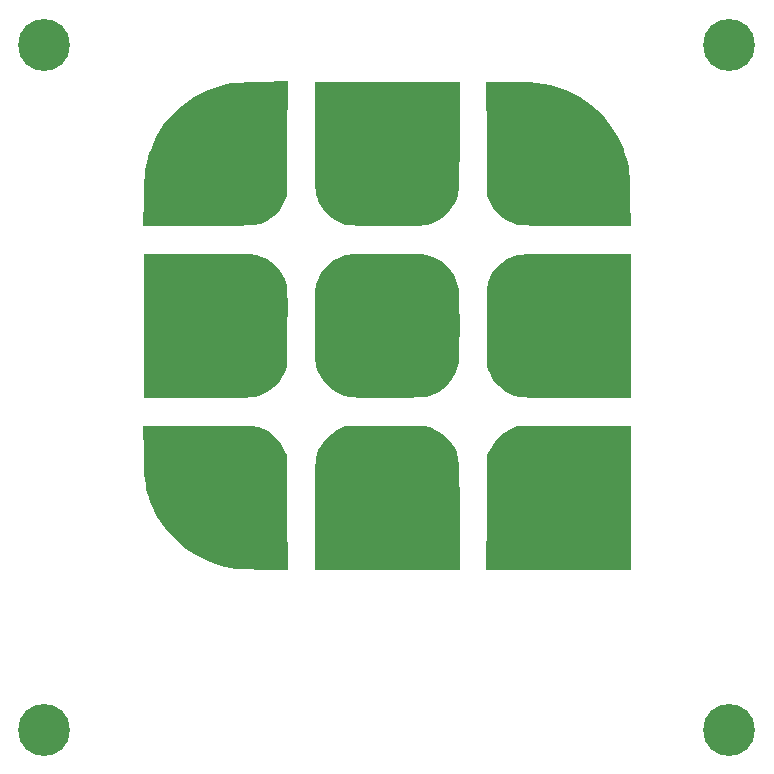
<source format=gbr>
%TF.GenerationSoftware,KiCad,Pcbnew,5.1.6-1.fc32*%
%TF.CreationDate,2020-07-09T20:52:17-05:00*%
%TF.ProjectId,case_plate,63617365-5f70-46c6-9174-652e6b696361,rev?*%
%TF.SameCoordinates,Original*%
%TF.FileFunction,Copper,L1,Top*%
%TF.FilePolarity,Positive*%
%FSLAX46Y46*%
G04 Gerber Fmt 4.6, Leading zero omitted, Abs format (unit mm)*
G04 Created by KiCad (PCBNEW 5.1.6-1.fc32) date 2020-07-09 20:52:17*
%MOMM*%
%LPD*%
G01*
G04 APERTURE LIST*
%TA.AperFunction,SMDPad,CuDef*%
%ADD10C,0.100000*%
%TD*%
%TA.AperFunction,ComponentPad*%
%ADD11C,0.700000*%
%TD*%
%TA.AperFunction,ComponentPad*%
%ADD12C,4.400000*%
%TD*%
G04 APERTURE END LIST*
%TA.AperFunction,SMDPad,CuDef*%
D10*
%TO.P,G\u002A\u002A\u002A,1*%
%TO.N,N/C*%
G36*
X110594214Y-93126950D02*
G01*
X110595158Y-93127216D01*
X110596031Y-93127662D01*
X110596800Y-93128269D01*
X110597437Y-93129014D01*
X110597915Y-93129869D01*
X110598218Y-93130802D01*
X110598334Y-93131897D01*
X110574500Y-97988794D01*
X110550666Y-102845692D01*
X110550565Y-102846667D01*
X110550153Y-102847873D01*
X110319692Y-103316695D01*
X110319456Y-103317121D01*
X109914788Y-103970767D01*
X109914186Y-103971553D01*
X109403590Y-104516702D01*
X109402939Y-104517285D01*
X109025254Y-104800277D01*
X109024929Y-104800502D01*
X108846563Y-104913320D01*
X108846411Y-104913412D01*
X108681758Y-105009543D01*
X108681429Y-105009719D01*
X108515857Y-105090501D01*
X108515394Y-105090698D01*
X108334271Y-105157464D01*
X108333782Y-105157617D01*
X108122475Y-105211703D01*
X108122058Y-105211791D01*
X107865936Y-105254532D01*
X107865629Y-105254573D01*
X107550058Y-105287305D01*
X107549850Y-105287322D01*
X107160198Y-105311380D01*
X107160065Y-105311387D01*
X106681701Y-105328107D01*
X106681618Y-105328109D01*
X106099908Y-105338825D01*
X106099859Y-105338826D01*
X105400172Y-105344874D01*
X105400145Y-105344874D01*
X104567847Y-105347589D01*
X104567835Y-105347589D01*
X103588296Y-105348306D01*
X103588292Y-105348306D01*
X103027605Y-105348334D01*
X98376612Y-105348334D01*
X98375637Y-105348238D01*
X98374699Y-105347953D01*
X98373834Y-105347491D01*
X98373077Y-105346870D01*
X98372455Y-105346112D01*
X98371993Y-105345248D01*
X98371708Y-105344310D01*
X98371613Y-105343237D01*
X98416330Y-103036070D01*
X98416330Y-103036056D01*
X98433594Y-102257933D01*
X98433596Y-102257878D01*
X98454690Y-101620991D01*
X98454695Y-101620883D01*
X98483467Y-101097138D01*
X98483480Y-101096955D01*
X98523781Y-100658255D01*
X98523812Y-100657990D01*
X98579489Y-100276238D01*
X98579546Y-100275922D01*
X98654448Y-99923022D01*
X98654522Y-99922720D01*
X98752500Y-99570577D01*
X98752568Y-99570354D01*
X98877468Y-99190870D01*
X98877506Y-99190759D01*
X98984361Y-98890094D01*
X98984504Y-98889734D01*
X99456635Y-97829212D01*
X99456965Y-97828593D01*
X100071536Y-96846806D01*
X100071935Y-96846256D01*
X100816198Y-95954187D01*
X100816654Y-95953708D01*
X101677860Y-95162338D01*
X101678365Y-95161932D01*
X102643767Y-94482245D01*
X102644314Y-94481910D01*
X103701161Y-93924890D01*
X103701745Y-93924628D01*
X104837291Y-93501256D01*
X104837747Y-93501110D01*
X105419948Y-93345560D01*
X105420378Y-93345466D01*
X105692057Y-93297976D01*
X105692401Y-93297928D01*
X106074351Y-93258185D01*
X106074544Y-93258168D01*
X106580510Y-93225336D01*
X106580626Y-93225330D01*
X107224355Y-93198574D01*
X107224428Y-93198572D01*
X108019665Y-93177059D01*
X108019697Y-93177058D01*
X108283397Y-93171627D01*
X108283403Y-93171627D01*
X110593237Y-93126873D01*
X110594214Y-93126950D01*
G37*
%TD.AperFunction*%
%TA.AperFunction,SMDPad,CuDef*%
%TO.P,G\u002A\u002A\u002A,2*%
G36*
X125151641Y-93146430D02*
G01*
X125152579Y-93146715D01*
X125153444Y-93147177D01*
X125154202Y-93147798D01*
X125154823Y-93148556D01*
X125155285Y-93149421D01*
X125155570Y-93150359D01*
X125155666Y-93151336D01*
X125154196Y-97575169D01*
X125154196Y-97575173D01*
X125153022Y-98642360D01*
X125153022Y-98642373D01*
X125149581Y-99554938D01*
X125149581Y-99554963D01*
X125142853Y-100327612D01*
X125142852Y-100327653D01*
X125131815Y-100975093D01*
X125131814Y-100975160D01*
X125115446Y-101512097D01*
X125115441Y-101512202D01*
X125092720Y-101953343D01*
X125092710Y-101953502D01*
X125062614Y-102313553D01*
X125062589Y-102313787D01*
X125024098Y-102607456D01*
X125024045Y-102607777D01*
X124976135Y-102849769D01*
X124976039Y-102850167D01*
X124917691Y-103055188D01*
X124917553Y-103055603D01*
X124847743Y-103238362D01*
X124847598Y-103238704D01*
X124765305Y-103413905D01*
X124765233Y-103414050D01*
X124745478Y-103452795D01*
X124745183Y-103453299D01*
X124348896Y-104047327D01*
X124348248Y-104048112D01*
X123825103Y-104564167D01*
X123824356Y-104564774D01*
X123210065Y-104972269D01*
X123209298Y-104972686D01*
X122724976Y-105183637D01*
X122724492Y-105183819D01*
X122592014Y-105225872D01*
X122591681Y-105225965D01*
X122450985Y-105260133D01*
X122450604Y-105260210D01*
X122283502Y-105287260D01*
X122283190Y-105287300D01*
X122071495Y-105308001D01*
X122071283Y-105308017D01*
X121796806Y-105323137D01*
X121796676Y-105323143D01*
X121441231Y-105333448D01*
X121441155Y-105333450D01*
X120986553Y-105339710D01*
X120986510Y-105339710D01*
X120414564Y-105342691D01*
X120414541Y-105342691D01*
X119707064Y-105343162D01*
X119707054Y-105343162D01*
X118977905Y-105342147D01*
X118977899Y-105342147D01*
X118136111Y-105339945D01*
X118136098Y-105339945D01*
X117445699Y-105336307D01*
X117445672Y-105336307D01*
X116888717Y-105330446D01*
X116888670Y-105330445D01*
X116447217Y-105321571D01*
X116447133Y-105321569D01*
X116103236Y-105308892D01*
X116103094Y-105308884D01*
X115838810Y-105291617D01*
X115838581Y-105291597D01*
X115635968Y-105268949D01*
X115635631Y-105268900D01*
X115476742Y-105240082D01*
X115476336Y-105239991D01*
X115343230Y-105204215D01*
X115342938Y-105204126D01*
X115267370Y-105178773D01*
X115266783Y-105178534D01*
X114628265Y-104869759D01*
X114627434Y-104869252D01*
X114044965Y-104430532D01*
X114044277Y-104429905D01*
X113557748Y-103895870D01*
X113557211Y-103895164D01*
X113279408Y-103453185D01*
X113279143Y-103452707D01*
X113193985Y-103277199D01*
X113193845Y-103276884D01*
X113121394Y-103097034D01*
X113121250Y-103096627D01*
X113060483Y-102897728D01*
X113060377Y-102897320D01*
X113010272Y-102664667D01*
X113010211Y-102664326D01*
X112969748Y-102383212D01*
X112969718Y-102382961D01*
X112937874Y-102038678D01*
X112937861Y-102038504D01*
X112913615Y-101616347D01*
X112913610Y-101616232D01*
X112895940Y-101101495D01*
X112895938Y-101101420D01*
X112883823Y-100479394D01*
X112883822Y-100479348D01*
X112876239Y-99735329D01*
X112876239Y-99735301D01*
X112872167Y-98854581D01*
X112872167Y-98854566D01*
X112870585Y-97822439D01*
X112870585Y-97822433D01*
X112870470Y-97575169D01*
X112869000Y-93151336D01*
X112869096Y-93150361D01*
X112869380Y-93149423D01*
X112869841Y-93148558D01*
X112870463Y-93147800D01*
X112871220Y-93147178D01*
X112872084Y-93146715D01*
X112873022Y-93146431D01*
X112874000Y-93146334D01*
X125150666Y-93146334D01*
X125151641Y-93146430D01*
G37*
%TD.AperFunction*%
%TA.AperFunction,SMDPad,CuDef*%
%TO.P,G\u002A\u002A\u002A,3*%
G36*
X129317856Y-93148948D02*
G01*
X129317897Y-93148948D01*
X130253150Y-93157859D01*
X130253270Y-93157862D01*
X131047722Y-93184611D01*
X131047911Y-93184621D01*
X131729546Y-93233448D01*
X131729814Y-93233474D01*
X132326616Y-93308617D01*
X132326952Y-93308671D01*
X132866905Y-93414373D01*
X132867269Y-93414459D01*
X133378358Y-93554958D01*
X133378693Y-93555062D01*
X133888903Y-93734599D01*
X133889136Y-93734688D01*
X134304627Y-93904612D01*
X134305025Y-93904796D01*
X135346675Y-94441862D01*
X135347260Y-94442216D01*
X136308662Y-95118183D01*
X136309176Y-95118598D01*
X137174387Y-95916649D01*
X137174837Y-95917122D01*
X137927918Y-96820444D01*
X137928308Y-96820980D01*
X138553316Y-97812756D01*
X138553642Y-97813361D01*
X139034636Y-98876776D01*
X139034774Y-98877114D01*
X139044919Y-98904753D01*
X139044938Y-98904807D01*
X139189886Y-99314143D01*
X139189940Y-99314302D01*
X139305578Y-99679309D01*
X139305652Y-99679567D01*
X139395782Y-100028130D01*
X139395853Y-100028448D01*
X139464278Y-100388451D01*
X139464326Y-100388757D01*
X139514848Y-100788088D01*
X139514873Y-100788327D01*
X139551294Y-101254869D01*
X139551304Y-101255026D01*
X139577426Y-101816665D01*
X139577429Y-101816754D01*
X139597056Y-102501376D01*
X139597057Y-102501414D01*
X139608336Y-103036062D01*
X139608336Y-103036070D01*
X139653053Y-105343237D01*
X139652976Y-105344214D01*
X139652710Y-105345158D01*
X139652264Y-105346031D01*
X139651657Y-105346800D01*
X139650912Y-105347437D01*
X139650057Y-105347915D01*
X139649124Y-105348218D01*
X139648051Y-105348334D01*
X134960524Y-105345569D01*
X134960522Y-105345569D01*
X133938801Y-105344568D01*
X133938795Y-105344568D01*
X133072143Y-105342588D01*
X133072131Y-105342588D01*
X132346285Y-105339212D01*
X132346265Y-105339212D01*
X131746963Y-105334023D01*
X131746930Y-105334022D01*
X131259908Y-105326602D01*
X131259855Y-105326601D01*
X130870851Y-105316534D01*
X130870765Y-105316531D01*
X130565514Y-105303399D01*
X130565378Y-105303392D01*
X130329619Y-105286778D01*
X130329406Y-105286758D01*
X130148874Y-105266245D01*
X130148562Y-105266200D01*
X130008996Y-105241370D01*
X130008605Y-105241284D01*
X129895741Y-105211720D01*
X129895454Y-105211635D01*
X129847007Y-105195790D01*
X129846486Y-105195587D01*
X129115481Y-104862081D01*
X129114577Y-104861547D01*
X128500996Y-104406305D01*
X128500186Y-104405552D01*
X128001533Y-103826387D01*
X128001003Y-103825644D01*
X127708615Y-103324350D01*
X127708446Y-103324036D01*
X127474512Y-102847872D01*
X127474168Y-102846954D01*
X127474000Y-102845692D01*
X127450182Y-97998525D01*
X127426364Y-93151359D01*
X127426455Y-93150383D01*
X127426735Y-93149443D01*
X127427193Y-93148577D01*
X127427811Y-93147816D01*
X127428566Y-93147190D01*
X127429428Y-93146724D01*
X127430364Y-93146435D01*
X127431371Y-93146334D01*
X129317856Y-93148948D01*
G37*
%TD.AperFunction*%
%TA.AperFunction,SMDPad,CuDef*%
%TO.P,G\u002A\u002A\u002A,4*%
G36*
X139629641Y-107709096D02*
G01*
X139630579Y-107709380D01*
X139631443Y-107709842D01*
X139632201Y-107710464D01*
X139632823Y-107711222D01*
X139633285Y-107712086D01*
X139633570Y-107713024D01*
X139633666Y-107714000D01*
X139633666Y-119906000D01*
X139633570Y-119906975D01*
X139633285Y-119907913D01*
X139632823Y-119908778D01*
X139632202Y-119909536D01*
X139631444Y-119910157D01*
X139630579Y-119910619D01*
X139629641Y-119910904D01*
X139628664Y-119911000D01*
X134993164Y-119908814D01*
X133989501Y-119908213D01*
X133989496Y-119908213D01*
X133140328Y-119907064D01*
X133140319Y-119907064D01*
X132430811Y-119904816D01*
X132430794Y-119904816D01*
X131846109Y-119900917D01*
X131846078Y-119900917D01*
X131371377Y-119894814D01*
X131371324Y-119894813D01*
X130991771Y-119885956D01*
X130991685Y-119885953D01*
X130692444Y-119873790D01*
X130692305Y-119873782D01*
X130458538Y-119857759D01*
X130458326Y-119857740D01*
X130275195Y-119837307D01*
X130274900Y-119837265D01*
X130127570Y-119811869D01*
X130127231Y-119811799D01*
X130000863Y-119780889D01*
X130000581Y-119780811D01*
X129880340Y-119743834D01*
X129880215Y-119743794D01*
X129795439Y-119715264D01*
X129794958Y-119715074D01*
X129091965Y-119394269D01*
X129091027Y-119393709D01*
X128500983Y-118947837D01*
X128500162Y-118947056D01*
X128020113Y-118373289D01*
X128019529Y-118372421D01*
X127646519Y-117667930D01*
X127646317Y-117667500D01*
X127639196Y-117650276D01*
X127639178Y-117650231D01*
X127588173Y-117523381D01*
X127588088Y-117523154D01*
X127546428Y-117403044D01*
X127546305Y-117402634D01*
X127513042Y-117271403D01*
X127512953Y-117270970D01*
X127487144Y-117110754D01*
X127487102Y-117110423D01*
X127467799Y-116903358D01*
X127467783Y-116903146D01*
X127454044Y-116631371D01*
X127454040Y-116631248D01*
X127444917Y-116276899D01*
X127444915Y-116276830D01*
X127439463Y-115822044D01*
X127439463Y-115822008D01*
X127436738Y-115248922D01*
X127436738Y-115248905D01*
X127435794Y-114539656D01*
X127435794Y-114539650D01*
X127435685Y-113810001D01*
X127435685Y-113809999D01*
X127435856Y-112969855D01*
X127435856Y-112969848D01*
X127436997Y-112281175D01*
X127436997Y-112281155D01*
X127440054Y-111726089D01*
X127440054Y-111726050D01*
X127445973Y-111286728D01*
X127445975Y-111286653D01*
X127455700Y-110945212D01*
X127455706Y-110945078D01*
X127470184Y-110683656D01*
X127470201Y-110683428D01*
X127490376Y-110484161D01*
X127490424Y-110483812D01*
X127517242Y-110328838D01*
X127517339Y-110328398D01*
X127551745Y-110199853D01*
X127551867Y-110199461D01*
X127594807Y-110079482D01*
X127594880Y-110079292D01*
X127639182Y-109969759D01*
X127639324Y-109969439D01*
X127927945Y-109378596D01*
X127928391Y-109377854D01*
X128271646Y-108904868D01*
X128272288Y-108904144D01*
X128708613Y-108498318D01*
X128708992Y-108497999D01*
X128817559Y-108415444D01*
X128817637Y-108415385D01*
X129015100Y-108271276D01*
X129015240Y-108271178D01*
X129196432Y-108148167D01*
X129196742Y-108147973D01*
X129376347Y-108044390D01*
X129376811Y-108044154D01*
X129569511Y-107958329D01*
X129570037Y-107958129D01*
X129790516Y-107888393D01*
X129790995Y-107888267D01*
X130053936Y-107832950D01*
X130054306Y-107832887D01*
X130374392Y-107790318D01*
X130374651Y-107790290D01*
X130766565Y-107758800D01*
X130766734Y-107758789D01*
X131245159Y-107736708D01*
X131245266Y-107736705D01*
X131824885Y-107722363D01*
X131824950Y-107722361D01*
X132520447Y-107714089D01*
X132520483Y-107714089D01*
X133346540Y-107710215D01*
X133346557Y-107710215D01*
X134317857Y-107709071D01*
X134317862Y-107709071D01*
X135023250Y-107709000D01*
X139628665Y-107709000D01*
X139629641Y-107709096D01*
G37*
%TD.AperFunction*%
%TA.AperFunction,SMDPad,CuDef*%
%TO.P,G\u002A\u002A\u002A,6*%
G36*
X104005940Y-107709258D02*
G01*
X104005945Y-107709258D01*
X104856062Y-107710360D01*
X104856073Y-107710360D01*
X105566705Y-107712799D01*
X105566724Y-107712799D01*
X106152797Y-107717067D01*
X106152830Y-107717067D01*
X106629267Y-107723657D01*
X106629321Y-107723659D01*
X107011048Y-107733064D01*
X107011135Y-107733066D01*
X107313075Y-107745779D01*
X107313212Y-107745787D01*
X107550291Y-107762301D01*
X107550496Y-107762320D01*
X107737637Y-107783126D01*
X107737914Y-107783164D01*
X107890043Y-107808756D01*
X107890352Y-107808818D01*
X108022391Y-107839689D01*
X108022640Y-107839754D01*
X108149516Y-107876395D01*
X108149601Y-107876421D01*
X108159468Y-107879460D01*
X108159983Y-107879650D01*
X108851800Y-108179305D01*
X108852751Y-108179847D01*
X109455772Y-108617766D01*
X109456571Y-108618490D01*
X109956486Y-109180866D01*
X109957096Y-109181717D01*
X110339591Y-109854740D01*
X110339875Y-109855326D01*
X110425365Y-110065410D01*
X110425447Y-110065626D01*
X110469052Y-110188765D01*
X110469149Y-110189070D01*
X110504630Y-110314240D01*
X110504729Y-110314654D01*
X110532771Y-110459525D01*
X110532828Y-110459895D01*
X110554116Y-110642136D01*
X110554140Y-110642396D01*
X110569358Y-110879678D01*
X110569365Y-110879839D01*
X110579198Y-111189829D01*
X110579201Y-111189924D01*
X110584335Y-111590294D01*
X110584335Y-111590347D01*
X110585454Y-112098764D01*
X110585454Y-112098792D01*
X110583243Y-112732928D01*
X110583243Y-112732942D01*
X110578387Y-113510464D01*
X110578387Y-113510469D01*
X110575400Y-113928578D01*
X110575400Y-113928580D01*
X110568990Y-114776637D01*
X110568990Y-114776645D01*
X110562641Y-115472785D01*
X110562641Y-115472804D01*
X110555354Y-116034441D01*
X110555353Y-116034480D01*
X110546128Y-116479027D01*
X110546126Y-116479099D01*
X110533963Y-116823972D01*
X110533957Y-116824102D01*
X110517857Y-117086712D01*
X110517838Y-117086935D01*
X110496802Y-117284696D01*
X110496751Y-117285050D01*
X110469778Y-117435377D01*
X110469670Y-117435850D01*
X110435762Y-117556156D01*
X110435610Y-117556611D01*
X110393766Y-117664309D01*
X110393667Y-117664544D01*
X110355773Y-117749046D01*
X110355540Y-117749503D01*
X109951132Y-118449001D01*
X109950531Y-118449830D01*
X109441700Y-119019023D01*
X109440878Y-119019760D01*
X108832564Y-119454170D01*
X108831615Y-119454702D01*
X108159953Y-119740363D01*
X108159397Y-119740562D01*
X108032303Y-119777663D01*
X108032063Y-119777726D01*
X107900941Y-119809019D01*
X107900633Y-119809083D01*
X107750558Y-119835059D01*
X107750276Y-119835099D01*
X107566324Y-119856253D01*
X107566113Y-119856273D01*
X107333360Y-119873095D01*
X107333219Y-119873103D01*
X107036739Y-119886088D01*
X107036648Y-119886091D01*
X106661518Y-119895731D01*
X106661462Y-119895732D01*
X106192757Y-119902519D01*
X106192723Y-119902520D01*
X105615518Y-119906948D01*
X105615498Y-119906948D01*
X104914869Y-119909508D01*
X104914858Y-119909508D01*
X104075882Y-119910694D01*
X104075877Y-119910694D01*
X103083627Y-119910999D01*
X103083625Y-119910999D01*
X103001414Y-119911000D01*
X98396000Y-119911000D01*
X98395025Y-119910904D01*
X98394087Y-119910619D01*
X98393222Y-119910157D01*
X98392465Y-119909536D01*
X98391843Y-119908778D01*
X98391381Y-119907913D01*
X98391096Y-119906976D01*
X98391000Y-119906000D01*
X98391000Y-107714000D01*
X98391096Y-107713025D01*
X98391381Y-107712087D01*
X98391843Y-107711222D01*
X98392464Y-107710464D01*
X98393222Y-107709843D01*
X98394087Y-107709381D01*
X98395025Y-107709096D01*
X98396000Y-107709000D01*
X103001415Y-107709000D01*
X104005940Y-107709258D01*
G37*
%TD.AperFunction*%
%TA.AperFunction,SMDPad,CuDef*%
%TO.P,G\u002A\u002A\u002A,7*%
G36*
X104096982Y-122272122D02*
G01*
X104096989Y-122272122D01*
X104968543Y-122273747D01*
X104968556Y-122273747D01*
X105699038Y-122276930D01*
X105699058Y-122276930D01*
X106302595Y-122282058D01*
X106302629Y-122282059D01*
X106793353Y-122289520D01*
X106793407Y-122289521D01*
X107185445Y-122299703D01*
X107185531Y-122299706D01*
X107493013Y-122312997D01*
X107493150Y-122313004D01*
X107730206Y-122329792D01*
X107730421Y-122329812D01*
X107911179Y-122350484D01*
X107911497Y-122350531D01*
X108050087Y-122375476D01*
X108050494Y-122375567D01*
X108161046Y-122405172D01*
X108161305Y-122405249D01*
X108182636Y-122412214D01*
X108183173Y-122412424D01*
X108888170Y-122736633D01*
X108889085Y-122737179D01*
X109504345Y-123199697D01*
X109505116Y-123200415D01*
X110014718Y-123787152D01*
X110015248Y-123787888D01*
X110319510Y-124302968D01*
X110319692Y-124303305D01*
X110550153Y-124772128D01*
X110550497Y-124773046D01*
X110550666Y-124774309D01*
X110574484Y-129621475D01*
X110598301Y-134468642D01*
X110598210Y-134469618D01*
X110597930Y-134470558D01*
X110597472Y-134471424D01*
X110596854Y-134472185D01*
X110596099Y-134472811D01*
X110595237Y-134473277D01*
X110594301Y-134473566D01*
X110593274Y-134473667D01*
X108622123Y-134462931D01*
X108622099Y-134462931D01*
X108025251Y-134456820D01*
X108025205Y-134456819D01*
X107452828Y-134445696D01*
X107452779Y-134445695D01*
X106937522Y-134430595D01*
X106937456Y-134430593D01*
X106511968Y-134412554D01*
X106511852Y-134412547D01*
X106208782Y-134392606D01*
X106208585Y-134392589D01*
X106122914Y-134383543D01*
X106122454Y-134383473D01*
X104959783Y-134149887D01*
X104959131Y-134149709D01*
X103847424Y-133764428D01*
X103846817Y-133764172D01*
X102800489Y-133238633D01*
X102799930Y-133238305D01*
X101833393Y-132583946D01*
X101832883Y-132583551D01*
X100960550Y-131811810D01*
X100960091Y-131811347D01*
X100196375Y-130933660D01*
X100195972Y-130933129D01*
X99555287Y-129960933D01*
X99554949Y-129960334D01*
X99051708Y-128905068D01*
X99051546Y-128904688D01*
X98979766Y-128715296D01*
X98979728Y-128715193D01*
X98834780Y-128305857D01*
X98834726Y-128305698D01*
X98719088Y-127940691D01*
X98719014Y-127940433D01*
X98628884Y-127591871D01*
X98628813Y-127591553D01*
X98560388Y-127231549D01*
X98560340Y-127231243D01*
X98509818Y-126831913D01*
X98509793Y-126831674D01*
X98473372Y-126365132D01*
X98473362Y-126364975D01*
X98447239Y-125803335D01*
X98447236Y-125803246D01*
X98427610Y-125118624D01*
X98427609Y-125118586D01*
X98416330Y-124583939D01*
X98416330Y-124583931D01*
X98371613Y-122276764D01*
X98371690Y-122275787D01*
X98371956Y-122274843D01*
X98372402Y-122273970D01*
X98373009Y-122273201D01*
X98373754Y-122272564D01*
X98374609Y-122272086D01*
X98375542Y-122271783D01*
X98376612Y-122271667D01*
X103070225Y-122271667D01*
X104096982Y-122272122D01*
G37*
%TD.AperFunction*%
%TA.AperFunction,SMDPad,CuDef*%
%TO.P,G\u002A\u002A\u002A,8*%
G36*
X120983151Y-122281702D02*
G01*
X120983197Y-122281702D01*
X121443006Y-122286590D01*
X121443084Y-122286592D01*
X121803124Y-122296046D01*
X121803255Y-122296051D01*
X122080916Y-122310598D01*
X122081126Y-122310613D01*
X122293794Y-122330783D01*
X122294109Y-122330823D01*
X122459170Y-122357142D01*
X122459571Y-122357223D01*
X122594413Y-122390220D01*
X122594693Y-122390297D01*
X122642713Y-122405047D01*
X122643267Y-122405254D01*
X123278480Y-122686119D01*
X123279294Y-122686574D01*
X123864503Y-123089529D01*
X123865190Y-123090099D01*
X124361306Y-123582729D01*
X124361939Y-123583497D01*
X124729869Y-124133387D01*
X124730165Y-124133891D01*
X124732070Y-124137617D01*
X124732119Y-124137716D01*
X124820025Y-124319474D01*
X124820154Y-124319763D01*
X124894936Y-124503186D01*
X124895077Y-124503577D01*
X124957793Y-124703481D01*
X124957901Y-124703887D01*
X125009608Y-124935090D01*
X125009673Y-124935437D01*
X125051429Y-125212754D01*
X125051462Y-125213014D01*
X125084325Y-125551262D01*
X125084339Y-125551444D01*
X125109367Y-125965440D01*
X125109373Y-125965561D01*
X125127624Y-126470121D01*
X125127626Y-126470199D01*
X125140157Y-127080139D01*
X125140158Y-127080188D01*
X125148027Y-127810325D01*
X125148027Y-127810354D01*
X125152293Y-128675506D01*
X125152293Y-128675523D01*
X125154012Y-129690504D01*
X125154012Y-129690509D01*
X125154196Y-130044831D01*
X125155666Y-134468664D01*
X125155570Y-134469640D01*
X125155286Y-134470578D01*
X125154825Y-134471443D01*
X125154203Y-134472201D01*
X125153446Y-134472823D01*
X125152582Y-134473285D01*
X125151644Y-134473570D01*
X125150666Y-134473667D01*
X112874000Y-134473667D01*
X112873025Y-134473571D01*
X112872087Y-134473286D01*
X112871222Y-134472824D01*
X112870464Y-134472203D01*
X112869843Y-134471445D01*
X112869381Y-134470580D01*
X112869096Y-134469642D01*
X112869000Y-134468665D01*
X112870470Y-130044832D01*
X112870470Y-130044829D01*
X112871593Y-128979778D01*
X112871593Y-128979765D01*
X112874915Y-128069203D01*
X112874915Y-128069178D01*
X112881504Y-127298262D01*
X112881505Y-127298220D01*
X112892431Y-126652108D01*
X112892432Y-126652041D01*
X112908764Y-126115891D01*
X112908769Y-126115785D01*
X112931576Y-125674756D01*
X112931587Y-125674595D01*
X112961940Y-125313845D01*
X112961965Y-125313610D01*
X113000932Y-125018297D01*
X113000985Y-125017976D01*
X113049636Y-124773258D01*
X113049731Y-124772866D01*
X113109136Y-124563902D01*
X113109269Y-124563498D01*
X113180497Y-124375446D01*
X113180634Y-124375119D01*
X113264754Y-124193136D01*
X113264826Y-124192988D01*
X113297133Y-124128723D01*
X113297427Y-124128215D01*
X113546955Y-123750176D01*
X113547402Y-123749596D01*
X113904468Y-123350507D01*
X113904851Y-123350123D01*
X114321361Y-122975654D01*
X114321807Y-122975297D01*
X114749664Y-122671119D01*
X114750148Y-122670815D01*
X114945920Y-122562945D01*
X114946137Y-122562832D01*
X115454137Y-122314508D01*
X115455056Y-122314166D01*
X115456296Y-122314000D01*
X118831208Y-122289155D01*
X118831212Y-122289155D01*
X119694645Y-122283512D01*
X119694659Y-122283512D01*
X120406163Y-122280852D01*
X120406189Y-122280852D01*
X120983151Y-122281702D01*
G37*
%TD.AperFunction*%
%TA.AperFunction,SMDPad,CuDef*%
%TO.P,G\u002A\u002A\u002A,9*%
G36*
X139629618Y-122267699D02*
G01*
X139630557Y-122267979D01*
X139631424Y-122268437D01*
X139632184Y-122269055D01*
X139632810Y-122269810D01*
X139633276Y-122270672D01*
X139633565Y-122271609D01*
X139633666Y-122272608D01*
X139633666Y-134468667D01*
X139633570Y-134469642D01*
X139633285Y-134470580D01*
X139632823Y-134471445D01*
X139632202Y-134472203D01*
X139631444Y-134472824D01*
X139630579Y-134473286D01*
X139629641Y-134473571D01*
X139628666Y-134473667D01*
X127431364Y-134473667D01*
X127430389Y-134473571D01*
X127429451Y-134473286D01*
X127428586Y-134472824D01*
X127427828Y-134472203D01*
X127427207Y-134471445D01*
X127426745Y-134470580D01*
X127426460Y-134469642D01*
X127426364Y-134468642D01*
X127450182Y-129621475D01*
X127474000Y-124774309D01*
X127474101Y-124773334D01*
X127474512Y-124772130D01*
X127711179Y-124290189D01*
X127711421Y-124289752D01*
X128123144Y-123627738D01*
X128123815Y-123626883D01*
X128650702Y-123088104D01*
X128651549Y-123087410D01*
X129300767Y-122664674D01*
X129301243Y-122664400D01*
X129362715Y-122633381D01*
X129362751Y-122633363D01*
X130007779Y-122314518D01*
X130008696Y-122314172D01*
X130009971Y-122314000D01*
X134819306Y-122290804D01*
X139628642Y-122267608D01*
X139629618Y-122267699D01*
G37*
%TD.AperFunction*%
%TA.AperFunction,SMDPad,CuDef*%
%TO.P,G\u002A\u002A\u002A,5*%
G36*
X120512757Y-107718072D02*
G01*
X120512807Y-107718072D01*
X121159802Y-107724797D01*
X121159882Y-107724799D01*
X121665998Y-107738197D01*
X121666136Y-107738202D01*
X122040820Y-107758466D01*
X122041087Y-107758488D01*
X122293788Y-107785811D01*
X122294159Y-107785865D01*
X122357574Y-107797572D01*
X122358246Y-107797745D01*
X123072727Y-108035753D01*
X123073706Y-108036201D01*
X123706590Y-108413166D01*
X123707440Y-108413804D01*
X124242567Y-108912506D01*
X124243257Y-108913301D01*
X124664466Y-109516518D01*
X124664974Y-109517439D01*
X124956105Y-110207950D01*
X124956369Y-110208766D01*
X125066148Y-110683500D01*
X125066251Y-110684118D01*
X125092259Y-110938821D01*
X125092278Y-110939060D01*
X125113604Y-111335070D01*
X125113608Y-111335176D01*
X125130250Y-111844530D01*
X125130252Y-111844592D01*
X125142211Y-112439330D01*
X125142212Y-112439375D01*
X125149488Y-113091534D01*
X125149488Y-113091571D01*
X125152080Y-113773189D01*
X125152080Y-113773223D01*
X125149989Y-114456338D01*
X125149989Y-114456375D01*
X125143215Y-115113026D01*
X125143214Y-115113069D01*
X125131757Y-115715294D01*
X125131756Y-115715354D01*
X125115615Y-116235190D01*
X125115611Y-116235289D01*
X125094787Y-116644775D01*
X125094771Y-116644989D01*
X125069264Y-116916164D01*
X125069229Y-116916452D01*
X125066220Y-116936131D01*
X125066105Y-116936677D01*
X124864553Y-117684109D01*
X124864168Y-117685100D01*
X124520391Y-118351279D01*
X124519785Y-118352191D01*
X124043987Y-118921786D01*
X124043190Y-118922551D01*
X123445579Y-119380230D01*
X123445121Y-119380542D01*
X123434876Y-119386720D01*
X123434806Y-119386761D01*
X123214901Y-119514569D01*
X123214656Y-119514703D01*
X123008100Y-119619768D01*
X123007684Y-119619956D01*
X122795549Y-119704476D01*
X122795044Y-119704646D01*
X122558406Y-119770817D01*
X122557939Y-119770924D01*
X122277872Y-119820943D01*
X122277517Y-119820993D01*
X121935095Y-119857057D01*
X121934857Y-119857077D01*
X121511155Y-119881384D01*
X121511010Y-119881390D01*
X120987101Y-119896135D01*
X120987017Y-119896137D01*
X120343977Y-119903519D01*
X120343934Y-119903519D01*
X119562835Y-119905735D01*
X119562819Y-119905735D01*
X118969998Y-119905442D01*
X118969990Y-119905442D01*
X118150686Y-119903804D01*
X118150670Y-119903804D01*
X117481771Y-119900391D01*
X117481741Y-119900391D01*
X116944319Y-119894349D01*
X116944263Y-119894348D01*
X116519390Y-119884823D01*
X116519293Y-119884820D01*
X116188043Y-119870960D01*
X116187882Y-119870950D01*
X115931327Y-119851901D01*
X115931077Y-119851876D01*
X115730292Y-119826785D01*
X115729955Y-119826731D01*
X115566011Y-119794745D01*
X115565655Y-119794663D01*
X115419625Y-119754927D01*
X115419444Y-119754874D01*
X115383372Y-119743583D01*
X115382839Y-119743382D01*
X114685147Y-119434028D01*
X114684231Y-119433499D01*
X114070756Y-118986872D01*
X114069985Y-118986178D01*
X113561386Y-118421960D01*
X113560772Y-118421116D01*
X113177710Y-117758985D01*
X113177413Y-117758381D01*
X113099078Y-117567728D01*
X113099002Y-117567530D01*
X113051279Y-117435696D01*
X113051190Y-117435427D01*
X113012338Y-117305594D01*
X113012236Y-117305195D01*
X112981345Y-117159100D01*
X112981280Y-117158720D01*
X112957439Y-116978102D01*
X112957410Y-116977826D01*
X112939707Y-116744419D01*
X112939697Y-116744246D01*
X112927221Y-116439788D01*
X112927218Y-116439687D01*
X112919059Y-116045915D01*
X112919058Y-116045858D01*
X112914303Y-115544508D01*
X112914303Y-115544479D01*
X112912043Y-114917289D01*
X112912043Y-114917275D01*
X112911365Y-114145981D01*
X112911365Y-114145977D01*
X112911333Y-113810000D01*
X112911333Y-113809998D01*
X112911689Y-112977936D01*
X112911689Y-112977926D01*
X112913348Y-112296995D01*
X112913348Y-112296972D01*
X112917193Y-111748971D01*
X112917194Y-111748926D01*
X112924110Y-111315655D01*
X112924112Y-111315574D01*
X112934982Y-110978830D01*
X112934988Y-110978688D01*
X112950697Y-110720270D01*
X112950717Y-110720036D01*
X112972149Y-110521744D01*
X112972198Y-110521399D01*
X113000237Y-110365030D01*
X113000329Y-110364618D01*
X113035859Y-110231972D01*
X113035963Y-110231634D01*
X113079869Y-110104509D01*
X113079913Y-110104385D01*
X113093298Y-110068699D01*
X113093504Y-110068227D01*
X113447565Y-109357061D01*
X113448124Y-109356182D01*
X113926227Y-108753461D01*
X113926981Y-108752695D01*
X114517664Y-108270310D01*
X114518521Y-108269747D01*
X115136350Y-107948547D01*
X115136845Y-107948322D01*
X115268163Y-107897307D01*
X115268434Y-107897211D01*
X115396775Y-107855675D01*
X115397191Y-107855560D01*
X115541225Y-107822346D01*
X115541627Y-107822270D01*
X115720028Y-107796222D01*
X115720319Y-107796189D01*
X115951755Y-107776151D01*
X115951936Y-107776138D01*
X116255081Y-107760954D01*
X116255185Y-107760950D01*
X116648708Y-107749463D01*
X116648765Y-107749462D01*
X117151338Y-107740518D01*
X117151367Y-107740517D01*
X117781662Y-107732959D01*
X117781675Y-107732959D01*
X118558362Y-107725630D01*
X118558365Y-107725630D01*
X118758289Y-107723867D01*
X118758301Y-107723867D01*
X119715400Y-107717827D01*
X119715434Y-107717827D01*
X120512757Y-107718072D01*
G37*
%TD.AperFunction*%
%TD*%
D11*
%TO.P,REF\u002A\u002A,1*%
%TO.N,N/C*%
X91166726Y-146833274D03*
X90000000Y-146350000D03*
X88833274Y-146833274D03*
X88350000Y-148000000D03*
X88833274Y-149166726D03*
X90000000Y-149650000D03*
X91166726Y-149166726D03*
X91650000Y-148000000D03*
D12*
X90000000Y-148000000D03*
%TD*%
D11*
%TO.P,REF\u002A\u002A,1*%
%TO.N,N/C*%
X149166726Y-146833274D03*
X148000000Y-146350000D03*
X146833274Y-146833274D03*
X146350000Y-148000000D03*
X146833274Y-149166726D03*
X148000000Y-149650000D03*
X149166726Y-149166726D03*
X149650000Y-148000000D03*
D12*
X148000000Y-148000000D03*
%TD*%
D11*
%TO.P,REF\u002A\u002A,1*%
%TO.N,N/C*%
X149166726Y-88833274D03*
X148000000Y-88350000D03*
X146833274Y-88833274D03*
X146350000Y-90000000D03*
X146833274Y-91166726D03*
X148000000Y-91650000D03*
X149166726Y-91166726D03*
X149650000Y-90000000D03*
D12*
X148000000Y-90000000D03*
%TD*%
D11*
%TO.P,REF\u002A\u002A,1*%
%TO.N,N/C*%
X91166726Y-88833274D03*
X90000000Y-88350000D03*
X88833274Y-88833274D03*
X88350000Y-90000000D03*
X88833274Y-91166726D03*
X90000000Y-91650000D03*
X91166726Y-91166726D03*
X91650000Y-90000000D03*
D12*
X90000000Y-90000000D03*
%TD*%
M02*

</source>
